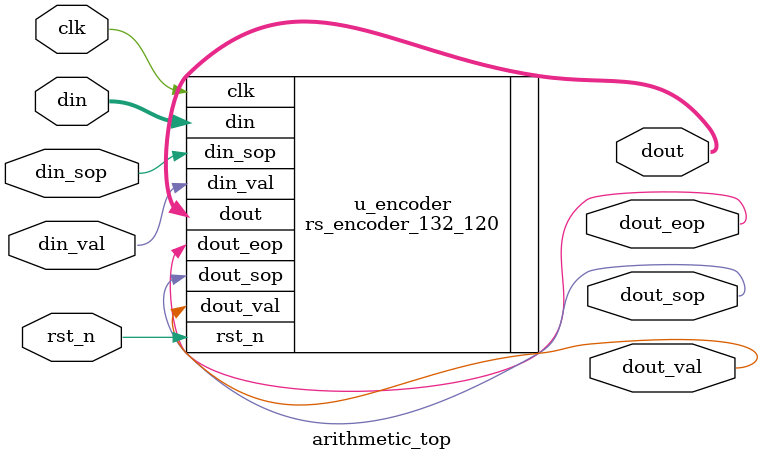
<source format=v>
`timescale 1ns/1ps

module arithmetic_top (
    input        clk,
    input        rst_n,
    input        din_val,
    input        din_sop,
    input  [7:0] din,
    output       dout_val,
    output       dout_sop,
    output       dout_eop,
    output [7:0] dout
);
    rs_encoder_132_120 u_encoder (
        .clk      (clk),
        .rst_n    (rst_n),
        .din_val  (din_val),
        .din_sop  (din_sop),
        .din      (din),
        .dout_val (dout_val),
        .dout_sop (dout_sop),
        .dout_eop (dout_eop),
        .dout     (dout)
    );
endmodule

</source>
